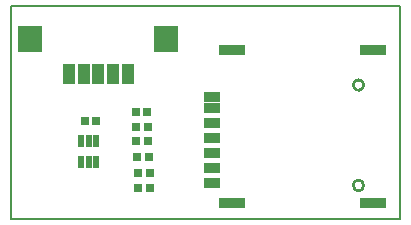
<source format=gts>
%FSLAX25Y25*%
%MOIN*%
G70*
G01*
G75*
G04 Layer_Color=8388736*
%ADD10R,0.07087X0.07874*%
%ADD11R,0.03150X0.05906*%
%ADD12R,0.01575X0.03347*%
%ADD13R,0.04843X0.02559*%
%ADD14R,0.08268X0.02756*%
%ADD15R,0.02362X0.02362*%
%ADD16C,0.01000*%
%ADD17C,0.00500*%
%ADD18C,0.02000*%
%ADD19C,0.01969*%
%ADD20C,0.00800*%
%ADD21R,0.07887X0.08674*%
%ADD22R,0.03950X0.06706*%
%ADD23R,0.02375X0.04147*%
%ADD24R,0.05643X0.03359*%
%ADD25R,0.09068X0.03556*%
%ADD26R,0.03162X0.03162*%
D16*
X117753Y-26245D02*
G03*
X117753Y-26245I-1772J0D01*
G01*
Y-59710D02*
G03*
X117753Y-59710I-1772J0D01*
G01*
D17*
X0Y0D02*
X129921D01*
Y-70866D02*
Y0D01*
X0Y-70866D02*
X129921D01*
X0D02*
Y0D01*
D21*
X6620Y-10789D02*
D03*
X51895D02*
D03*
D22*
X39100Y-22600D02*
D03*
X34179D02*
D03*
X29258D02*
D03*
X24336D02*
D03*
X19415D02*
D03*
D23*
X23441Y-44758D02*
D03*
Y-52042D02*
D03*
X26000D02*
D03*
X28559Y-44758D02*
D03*
X26000D02*
D03*
X28559Y-52042D02*
D03*
D24*
X67300Y-30300D02*
D03*
Y-34040D02*
D03*
Y-59040D02*
D03*
Y-54040D02*
D03*
Y-49040D02*
D03*
Y-44040D02*
D03*
Y-39040D02*
D03*
D25*
X73658Y-65615D02*
D03*
X120902D02*
D03*
X73658Y-14473D02*
D03*
X120902D02*
D03*
D26*
X24700Y-38100D02*
D03*
X28637D02*
D03*
X45800Y-40200D02*
D03*
X41863D02*
D03*
X46400Y-60600D02*
D03*
X42463D02*
D03*
X45900Y-45000D02*
D03*
X41963D02*
D03*
X41700Y-35100D02*
D03*
X45637D02*
D03*
X42200Y-50200D02*
D03*
X46137D02*
D03*
X42500Y-55600D02*
D03*
X46437D02*
D03*
M02*

</source>
